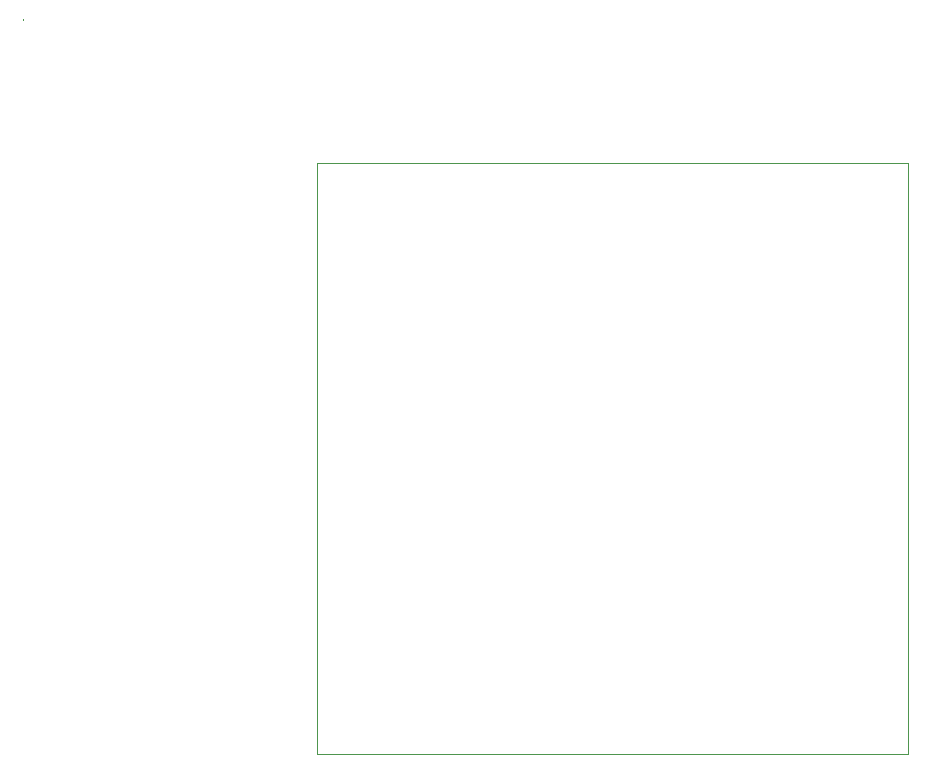
<source format=gko>
G04 #@! TF.FileFunction,Profile,NP*
%FSLAX46Y46*%
G04 Gerber Fmt 4.6, Leading zero omitted, Abs format (unit mm)*
G04 Created by KiCad (PCBNEW 4.0.3+e1-6302~38~ubuntu14.04.1-stable) date Sun Sep  4 16:46:07 2016*
%MOMM*%
%LPD*%
G01*
G04 APERTURE LIST*
%ADD10C,0.150000*%
%ADD11C,0.100000*%
G04 APERTURE END LIST*
D10*
D11*
X186000000Y-55000000D02*
X136000000Y-55000000D01*
X136000000Y-105000000D02*
X186000000Y-105000000D01*
X136000000Y-105000000D02*
X136000000Y-55000000D01*
X186000000Y-55000000D02*
X186000000Y-105000000D01*
X111050000Y-42750000D02*
X111050000Y-42850000D01*
M02*

</source>
